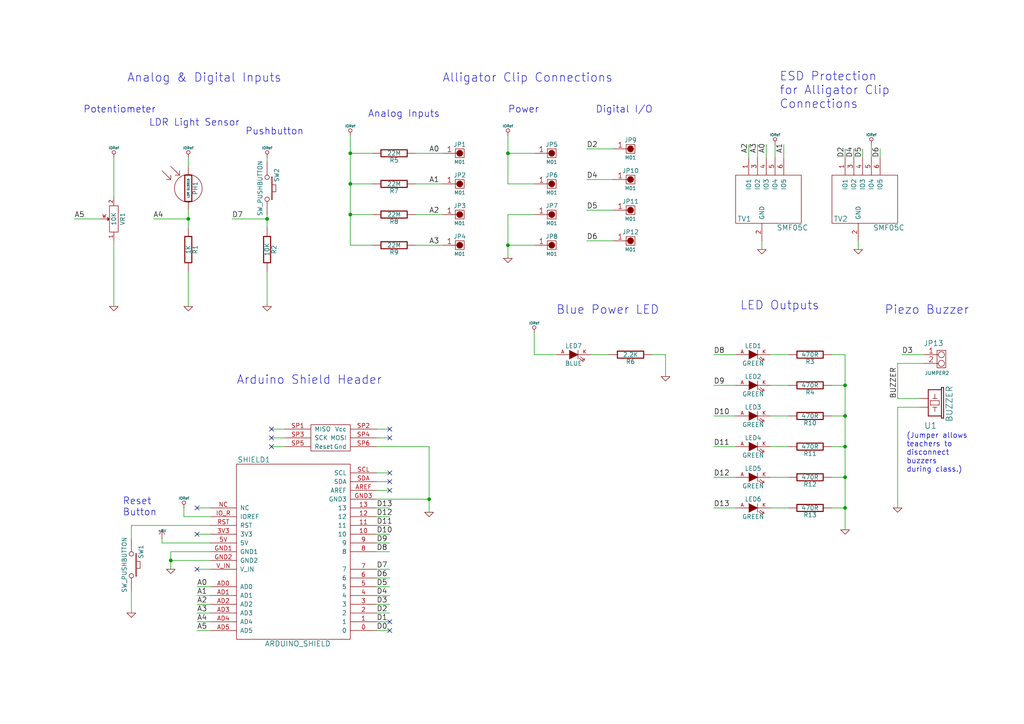
<source format=kicad_sch>
(kicad_sch (version 20230121) (generator eeschema)
  (paper "A4")
  (title_block (title "ThinkerShield") (rev "V1.1") (comment 1 "TAPR Open Hardware License") (comment 3 "Copyright (C) 2015 Freetronics Pty Ltd"))
  (lib_symbols
    (symbol "ThinkerShield-rescue:+5V" (power) (pin_names (offset 0))
      (property "Value" "+5V" (at 0 3.556 0))
      (symbol "+5V_0_1"
        (polyline (pts (xy -0.762 1.27) (xy 0 2.54)))
        (polyline (pts (xy 0 0) (xy 0 2.54)))
        (polyline (pts (xy 0 2.54) (xy 0.762 1.27)))
      )
      (symbol "+5V_1_1"
        (pin power_in line (at 0 0 90) (length 0) hide (name "+5V") (number "1"))
      )
    )
    (symbol "ThinkerShield-rescue:ARDUINO_SHIELD" (pin_names (offset 1.016))
      (property "Reference" "SHIELD" (at -11.43 29.21 0))
      (property "Value" "ARDUINO_SHIELD" (at 1.27 -24.13 0))
      (symbol "ARDUINO_SHIELD_0_1"
        (rectangle (start -16.51 -22.86) (end 16.51 27.94))
        (rectangle (start 5.08 39.37) (end 16.51 31.75))
      )
      (symbol "ARDUINO_SHIELD_1_1"
        (pin bidirectional line (at 24.13 -20.32 180) (length 7.62) (name "0") (number "0"))
        (pin bidirectional line (at 24.13 -17.78 180) (length 7.62) (name "1") (number "1"))
        (pin bidirectional line (at 24.13 7.62 180) (length 7.62) (name "10") (number "10"))
        (pin bidirectional line (at 24.13 10.16 180) (length 7.62) (name "11") (number "11"))
        (pin bidirectional line (at 24.13 12.7 180) (length 7.62) (name "12") (number "12"))
        (pin bidirectional line (at 24.13 15.24 180) (length 7.62) (name "13") (number "13"))
        (pin bidirectional line (at 24.13 -15.24 180) (length 7.62) (name "2") (number "2"))
        (pin bidirectional line (at 24.13 -12.7 180) (length 7.62) (name "3") (number "3"))
        (pin power_out line (at -24.13 7.62 0) (length 7.62) (name "3V3") (number "3V3"))
        (pin bidirectional line (at 24.13 -10.16 180) (length 7.62) (name "4") (number "4"))
        (pin bidirectional line (at 24.13 -7.62 180) (length 7.62) (name "5") (number "5"))
        (pin power_out line (at -24.13 5.08 0) (length 7.62) (name "5V") (number "5V"))
        (pin bidirectional line (at 24.13 -5.08 180) (length 7.62) (name "6") (number "6"))
        (pin bidirectional line (at 24.13 -2.54 180) (length 7.62) (name "7") (number "7"))
        (pin bidirectional line (at 24.13 2.54 180) (length 7.62) (name "8") (number "8"))
        (pin bidirectional line (at 24.13 5.08 180) (length 7.62) (name "9") (number "9"))
        (pin bidirectional line (at -24.13 -7.62 0) (length 7.62) (name "AD0") (number "AD0"))
        (pin bidirectional line (at -24.13 -10.16 0) (length 7.62) (name "AD1") (number "AD1"))
        (pin bidirectional line (at -24.13 -12.7 0) (length 7.62) (name "AD2") (number "AD2"))
        (pin bidirectional line (at -24.13 -15.24 0) (length 7.62) (name "AD3") (number "AD3"))
        (pin bidirectional line (at -24.13 -17.78 0) (length 7.62) (name "AD4") (number "AD4"))
        (pin bidirectional line (at -24.13 -20.32 0) (length 7.62) (name "AD5") (number "AD5"))
        (pin input line (at 24.13 20.32 180) (length 7.62) (name "AREF") (number "AREF"))
        (pin power_out line (at -24.13 2.54 0) (length 7.62) (name "GND1") (number "GND1"))
        (pin power_out line (at -24.13 0 0) (length 7.62) (name "GND2") (number "GND2"))
        (pin power_out line (at 24.13 17.78 180) (length 7.62) (name "GND3") (number "GND3"))
        (pin power_out line (at -24.13 12.7 0) (length 7.62) (name "IOREF") (number "IO_R"))
        (pin passive line (at -24.13 15.24 0) (length 7.62) (name "NC") (number "NC"))
        (pin input line (at -24.13 10.16 0) (length 7.62) (name "RST") (number "RST"))
        (pin output line (at 24.13 25.4 180) (length 7.62) (name "SCL") (number "SCL"))
        (pin bidirectional line (at 24.13 22.86 180) (length 7.62) (name "SDA") (number "SDA"))
        (pin bidirectional line (at -2.54 38.1 0) (length 7.62) (name "MISO") (number "SP1"))
        (pin power_out line (at 24.13 38.1 180) (length 7.62) (name "Vcc") (number "SP2"))
        (pin bidirectional line (at -2.54 35.56 0) (length 7.62) (name "SCK") (number "SP3"))
        (pin bidirectional line (at 24.13 35.56 180) (length 7.62) (name "MOSI") (number "SP4"))
        (pin input line (at -2.54 33.02 0) (length 7.62) (name "Reset") (number "SP5"))
        (pin power_out line (at 24.13 33.02 180) (length 7.62) (name "Gnd") (number "SP6"))
        (pin power_out line (at -24.13 -2.54 0) (length 7.62) (name "V_IN") (number "V_IN"))
      )
    )
    (symbol "ThinkerShield-rescue:BUZZER" (pin_names (offset 2.54))
      (property "Reference" "U" (at -1.27 -6.35 0))
      (property "Value" "BUZZER" (at -5.08 3.81 0))
      (symbol "BUZZER_0_0"
        (polyline (pts (xy -4.445 2.54) (xy -3.81 2.54)) (stroke (width 0.254)))
        (polyline (pts (xy -4.445 3.175) (xy -4.445 2.54)) (stroke (width 0.254)))
        (polyline (pts (xy -3.81 -1.27) (xy 3.81 -1.27)) (stroke (width 0.254)))
        (polyline (pts (xy -3.81 2.54) (xy -3.81 -1.27)) (stroke (width 0.254)))
        (polyline (pts (xy -3.81 2.54) (xy 3.81 2.54)) (stroke (width 0.254)))
        (polyline (pts (xy -2.54 0.635) (xy -1.27 0.635)) (stroke (width 0.1524)))
        (polyline (pts (xy -1.27 0.635) (xy -1.27 0)) (stroke (width 0.1524)))
        (polyline (pts (xy -1.27 0.635) (xy -1.27 1.27)) (stroke (width 0.1524)))
        (polyline (pts (xy -0.635 -0.635) (xy 0.635 -0.635)) (stroke (width 0.1524)))
        (polyline (pts (xy -0.635 1.905) (xy -0.635 -0.635)) (stroke (width 0.1524)))
        (polyline (pts (xy 0.635 -0.635) (xy 0.635 1.905)) (stroke (width 0.1524)))
        (polyline (pts (xy 0.635 1.905) (xy -0.635 1.905)) (stroke (width 0.1524)))
        (polyline (pts (xy 1.27 0.635) (xy 1.27 0)) (stroke (width 0.1524)))
        (polyline (pts (xy 1.27 0.635) (xy 2.54 0.635)) (stroke (width 0.1524)))
        (polyline (pts (xy 1.27 1.27) (xy 1.27 0.635)) (stroke (width 0.1524)))
        (polyline (pts (xy 3.81 -1.27) (xy 3.81 2.54)) (stroke (width 0.254)))
        (polyline (pts (xy 3.81 2.54) (xy 4.445 2.54)) (stroke (width 0.254)))
        (polyline (pts (xy 4.445 2.54) (xy 4.445 3.175)) (stroke (width 0.254)))
        (polyline (pts (xy 4.445 3.175) (xy -4.445 3.175)) (stroke (width 0.254)))
        (pin passive line (at 1.27 -3.81 90) (length 2.54) (name "POS") (number "1"))
        (pin passive line (at -1.27 -3.81 90) (length 2.54) (name "GND") (number "2"))
      )
    )
    (symbol "ThinkerShield-rescue:GND-RESCUE-ThinkerShield" (power) (pin_names (offset 0))
      (symbol "GND-RESCUE-ThinkerShield_0_1"
        (polyline (pts (xy -1.27 0) (xy 0 -1.27) (xy 1.27 0) (xy -1.27 0)))
      )
      (symbol "GND-RESCUE-ThinkerShield_1_1"
        (pin power_in line (at 0 0 90) (length 0) hide (name "GND") (number "1"))
      )
    )
    (symbol "ThinkerShield-rescue:IORef" (power) (pin_names (offset 0))
      (property "Value" "IORef" (at 0 2.794 0))
      (symbol "IORef_0_0"
        (pin power_in line (at 0 0 90) (length 0) hide (name "IORef") (number "1"))
      )
      (symbol "IORef_0_1"
        (polyline (pts (xy 0 0) (xy 0 1.016) (xy 0 1.016)))
        (circle (center 0 1.524) (radius 0.508))
      )
    )
    (symbol "ThinkerShield-rescue:JUMPER2" (pin_names (offset 0.762) hide)
      (property "Reference" "JP" (at -4.826 3.302 0))
      (property "Value" "JUMPER2" (at -3.81 -5.334 0))
      (symbol "JUMPER2_0_1"
        (circle (center -2.54 0) (radius 0.889))
        (polyline (pts (xy -3.81 1.27) (xy -1.27 1.27) (xy -1.27 -3.81) (xy -3.81 -3.81) (xy -3.81 1.27)))
        (pin passive line (at -7.62 0 0) (length 4.191) (name "1") (number "1"))
        (pin passive line (at -7.62 -2.54 0) (length 4.191) (name "2") (number "2"))
      )
      (symbol "JUMPER2_1_1"
        (circle (center -2.54 -2.54) (radius 0.889))
      )
    )
    (symbol "ThinkerShield-rescue:LED" (pin_names (offset 1.016) hide)
      (property "Reference" "LED" (at 0 2.54 0))
      (property "Value" "LED" (at 0 -2.54 0))
      (symbol "LED_0_1"
        (polyline (pts (xy 1.27 1.27) (xy 1.27 -1.27)))
        (polyline (pts (xy -1.27 1.27) (xy 1.27 0) (xy -1.27 -1.27)) (fill (type outline)))
        (polyline (pts (xy 1.651 -1.016) (xy 2.794 -2.032) (xy 2.667 -1.397)))
        (polyline (pts (xy 2.032 -0.635) (xy 3.175 -1.651) (xy 3.048 -1.016)))
      )
      (symbol "LED_1_1"
        (pin passive line (at -5.08 0 0) (length 3.81) (name "A") (number "A"))
        (pin passive line (at 5.08 0 180) (length 3.81) (name "K") (number "K"))
      )
    )
    (symbol "ThinkerShield-rescue:M01" (pin_names (offset 0.762) hide)
      (property "Reference" "JP" (at -2.54 2.54 0))
      (property "Value" "M01" (at -2.54 -2.54 0))
      (symbol "M01_0_1"
        (circle (center -2.54 0) (radius 0.889) (fill (type outline)))
        (polyline (pts (xy -3.81 1.27) (xy -1.27 1.27) (xy -1.27 -1.27) (xy -3.81 -1.27) (xy -3.81 1.27)))
        (pin passive line (at -7.62 0 0) (length 4.191) (name "1") (number "1"))
      )
    )
    (symbol "ThinkerShield-rescue:POT" (pin_names (offset 1.016) hide)
      (property "Reference" "VR" (at 0 -2.54 0))
      (property "Value" "POT" (at 0 0 0))
      (symbol "POT_0_1"
        (rectangle (start -3.81 1.27) (end 3.81 -1.27))
        (polyline (pts (xy 0 1.27) (xy -0.508 1.778) (xy 0.508 1.778)) (fill (type outline)))
      )
      (symbol "POT_1_1"
        (pin passive line (at -6.35 0 0) (length 2.54) (name "1") (number "1"))
        (pin passive line (at 6.35 0 180) (length 2.54) (name "2") (number "2"))
        (pin passive line (at 0 3.81 270) (length 2.032) (name "W") (number "W"))
      )
    )
    (symbol "ThinkerShield-rescue:R" (pin_numbers hide) (pin_names (offset 0) hide)
      (property "Reference" "R" (at 2.032 0 90))
      (property "Value" "R" (at 0 0 90))
      (symbol "R_0_1"
        (rectangle (start -1.016 3.81) (end 1.016 -3.81) (stroke (width 0.3048)))
      )
      (symbol "R_1_1"
        (pin passive line (at 0 6.35 270) (length 2.54) (name "1") (number "1"))
        (pin passive line (at 0 -6.35 90) (length 2.54) (name "2") (number "2"))
      )
    )
    (symbol "ThinkerShield-rescue:RES_PHOTO_LDR" (pin_numbers hide) (pin_names (offset 0) hide)
      (property "Reference" "R" (at 2.032 0 90))
      (property "Value" "RES_PHOTO_LDR" (at 0 0 90))
      (symbol "RES_PHOTO_LDR_0_1"
        (rectangle (start -1.016 3.81) (end 1.016 -3.81) (stroke (width 0.3048)))
        (polyline (pts (xy -5.08 2.54) (xy -7.62 5.08)))
        (polyline (pts (xy -5.08 2.54) (xy -6.35 2.54)))
        (polyline (pts (xy -5.08 2.54) (xy -5.08 3.81)))
        (polyline (pts (xy -2.54 3.81) (xy -5.08 6.35)))
        (polyline (pts (xy -2.54 3.81) (xy -3.81 3.81)))
        (polyline (pts (xy -2.54 3.81) (xy -2.54 5.08) (xy -2.54 3.81)))
        (circle (center 0 0) (radius 4.0132))
      )
      (symbol "RES_PHOTO_LDR_1_1"
        (pin passive line (at 0 6.35 270) (length 2.54) (name "1") (number "1"))
        (pin passive line (at 0 -6.35 90) (length 2.54) (name "2") (number "2"))
      )
    )
    (symbol "ThinkerShield-rescue:SMF05C" (pin_names (offset 1.016))
      (property "Reference" "TV" (at -6.35 -6.35 0))
      (property "Value" "SMF05C" (at 7.62 -8.89 0))
      (symbol "SMF05C_0_1"
        (rectangle (start -8.89 6.35) (end 10.16 -7.62))
      )
      (symbol "SMF05C_1_1"
        (pin passive line (at -5.08 11.43 270) (length 5.08) (name "IO1") (number "1"))
        (pin passive line (at -1.27 -12.7 90) (length 5.08) (name "GND") (number "2"))
        (pin passive line (at -2.54 11.43 270) (length 5.08) (name "IO2") (number "3"))
        (pin passive line (at 0 11.43 270) (length 5.08) (name "IO3") (number "4"))
        (pin passive line (at 2.54 11.43 270) (length 5.08) (name "IO4") (number "5"))
        (pin passive line (at 5.08 11.43 270) (length 5.08) (name "IO5") (number "6"))
      )
    )
    (symbol "ThinkerShield-rescue:SW_PUSHBUTTON" (pin_numbers hide) (pin_names (offset 1.016) hide)
      (property "Reference" "SW" (at -3.81 2.794 0))
      (property "Value" "SW_PUSHBUTTON" (at 0 -2.032 0))
      (symbol "SW_PUSHBUTTON_0_1"
        (rectangle (start -3.302 1.27) (end 3.302 1.524))
        (polyline (pts (xy -1.016 1.524) (xy -1.016 2.54) (xy 1.016 2.54) (xy 1.016 1.524)))
        (pin passive inverted (at -7.62 0 0) (length 5.08) (name "1") (number "1"))
        (pin passive inverted (at 7.62 0 180) (length 5.08) (name "2") (number "2"))
      )
    )
  )
  (junction (at 77.47 63.5))
  (junction (at 101.6 53.34))
  (junction (at 245.11 138.43))
  (junction (at 245.11 111.76))
  (junction (at 245.11 120.65))
  (junction (at 101.6 62.23))
  (junction (at 147.32 71.12))
  (junction (at 245.11 129.54))
  (junction (at 124.46 144.78))
  (junction (at 147.32 44.45))
  (junction (at 245.11 147.32))
  (junction (at 49.53 162.56))
  (junction (at 54.61 63.5))
  (junction (at 101.6 44.45))
  (no_connect (at 113.03 127))
  (no_connect (at 78.74 124.46))
  (no_connect (at 113.03 124.46))
  (no_connect (at 113.03 142.24))
  (no_connect (at 57.15 154.94))
  (no_connect (at 78.74 129.54))
  (no_connect (at 113.03 139.7))
  (no_connect (at 113.03 180.34))
  (no_connect (at 57.15 147.32))
  (no_connect (at 57.15 165.1))
  (no_connect (at 113.03 137.16))
  (no_connect (at 113.03 182.88))
  (no_connect (at 78.74 127))
  (wire (pts (xy 101.6 62.23) (xy 101.6 71.12)))
  (wire (pts (xy 177.8 43.18) (xy 170.18 43.18)))
  (wire (pts (xy 109.22 147.32) (xy 113.03 147.32)))
  (wire (pts (xy 109.22 149.86) (xy 113.03 149.86)))
  (wire (pts (xy 128.27 44.45) (xy 120.65 44.45)))
  (wire (pts (xy 241.3 147.32) (xy 245.11 147.32)))
  (wire (pts (xy 223.52 129.54) (xy 228.6 129.54)))
  (wire (pts (xy 109.22 170.18) (xy 113.03 170.18)))
  (wire (pts (xy 261.62 102.87) (xy 267.97 102.87)))
  (wire (pts (xy 260.35 105.41) (xy 260.35 115.57)))
  (wire (pts (xy 245.11 138.43) (xy 245.11 147.32)))
  (wire (pts (xy 82.55 127) (xy 78.74 127)))
  (wire (pts (xy 177.8 60.96) (xy 170.18 60.96)))
  (wire (pts (xy 245.11 45.72) (xy 245.11 43.18)))
  (wire (pts (xy 247.65 45.72) (xy 247.65 43.18)))
  (wire (pts (xy 241.3 102.87) (xy 245.11 102.87)))
  (wire (pts (xy 109.22 180.34) (xy 113.03 180.34)))
  (wire (pts (xy 109.22 144.78) (xy 124.46 144.78)))
  (wire (pts (xy 109.22 175.26) (xy 113.03 175.26)))
  (wire (pts (xy 161.29 102.87) (xy 154.94 102.87)))
  (wire (pts (xy 241.3 111.76) (xy 245.11 111.76)))
  (wire (pts (xy 109.22 177.8) (xy 113.03 177.8)))
  (wire (pts (xy 107.95 62.23) (xy 101.6 62.23)))
  (wire (pts (xy 248.92 72.39) (xy 248.92 69.85)))
  (wire (pts (xy 60.96 177.8) (xy 57.15 177.8)))
  (wire (pts (xy 245.11 111.76) (xy 245.11 120.65)))
  (wire (pts (xy 255.27 45.72) (xy 255.27 43.18)))
  (wire (pts (xy 189.23 102.87) (xy 193.04 102.87)))
  (wire (pts (xy 54.61 60.96) (xy 54.61 63.5)))
  (wire (pts (xy 101.6 53.34) (xy 107.95 53.34)))
  (wire (pts (xy 147.32 44.45) (xy 147.32 53.34)))
  (wire (pts (xy 128.27 53.34) (xy 120.65 53.34)))
  (wire (pts (xy 245.11 102.87) (xy 245.11 111.76)))
  (wire (pts (xy 49.53 162.56) (xy 49.53 165.1)))
  (wire (pts (xy 109.22 154.94) (xy 113.03 154.94)))
  (wire (pts (xy 109.22 142.24) (xy 113.03 142.24)))
  (wire (pts (xy 245.11 129.54) (xy 241.3 129.54)))
  (wire (pts (xy 213.36 102.87) (xy 207.01 102.87)))
  (wire (pts (xy 109.22 182.88) (xy 113.03 182.88)))
  (wire (pts (xy 53.34 147.32) (xy 53.34 149.86)))
  (wire (pts (xy 213.36 120.65) (xy 207.01 120.65)))
  (wire (pts (xy 49.53 160.02) (xy 49.53 162.56)))
  (wire (pts (xy 250.19 45.72) (xy 250.19 43.18)))
  (wire (pts (xy 260.35 115.57) (xy 266.7 115.57)))
  (wire (pts (xy 154.94 62.23) (xy 147.32 62.23)))
  (wire (pts (xy 38.1 171.45) (xy 38.1 177.8)))
  (wire (pts (xy 147.32 53.34) (xy 154.94 53.34)))
  (wire (pts (xy 245.11 129.54) (xy 245.11 138.43)))
  (wire (pts (xy 77.47 63.5) (xy 77.47 66.04)))
  (wire (pts (xy 154.94 71.12) (xy 147.32 71.12)))
  (wire (pts (xy 60.96 165.1) (xy 57.15 165.1)))
  (wire (pts (xy 109.22 137.16) (xy 113.03 137.16)))
  (wire (pts (xy 60.96 182.88) (xy 57.15 182.88)))
  (wire (pts (xy 53.34 149.86) (xy 60.96 149.86)))
  (wire (pts (xy 46.99 157.48) (xy 60.96 157.48)))
  (wire (pts (xy 77.47 62.23) (xy 77.47 63.5)))
  (wire (pts (xy 33.02 69.85) (xy 33.02 88.9)))
  (wire (pts (xy 82.55 124.46) (xy 78.74 124.46)))
  (wire (pts (xy 60.96 180.34) (xy 57.15 180.34)))
  (wire (pts (xy 147.32 71.12) (xy 147.32 74.93)))
  (wire (pts (xy 21.59 63.5) (xy 29.21 63.5)))
  (wire (pts (xy 60.96 170.18) (xy 57.15 170.18)))
  (wire (pts (xy 223.52 120.65) (xy 228.6 120.65)))
  (wire (pts (xy 109.22 167.64) (xy 113.03 167.64)))
  (wire (pts (xy 227.33 45.72) (xy 227.33 41.91)))
  (wire (pts (xy 223.52 138.43) (xy 228.6 138.43)))
  (wire (pts (xy 46.99 157.48) (xy 46.99 156.21)))
  (wire (pts (xy 60.96 175.26) (xy 57.15 175.26)))
  (wire (pts (xy 49.53 162.56) (xy 60.96 162.56)))
  (wire (pts (xy 60.96 154.94) (xy 57.15 154.94)))
  (wire (pts (xy 49.53 160.02) (xy 60.96 160.02)))
  (wire (pts (xy 109.22 165.1) (xy 113.03 165.1)))
  (wire (pts (xy 33.02 45.72) (xy 33.02 57.15)))
  (wire (pts (xy 224.79 45.72) (xy 224.79 41.91)))
  (wire (pts (xy 154.94 44.45) (xy 147.32 44.45)))
  (wire (pts (xy 101.6 44.45) (xy 101.6 53.34)))
  (wire (pts (xy 213.36 147.32) (xy 207.01 147.32)))
  (wire (pts (xy 38.1 152.4) (xy 38.1 156.21)))
  (wire (pts (xy 252.73 41.91) (xy 252.73 45.72)))
  (wire (pts (xy 109.22 124.46) (xy 113.03 124.46)))
  (wire (pts (xy 245.11 120.65) (xy 241.3 120.65)))
  (wire (pts (xy 109.22 139.7) (xy 113.03 139.7)))
  (wire (pts (xy 219.71 41.91) (xy 219.71 45.72)))
  (wire (pts (xy 260.35 118.11) (xy 260.35 147.32)))
  (wire (pts (xy 124.46 144.78) (xy 124.46 148.59)))
  (wire (pts (xy 213.36 111.76) (xy 207.01 111.76)))
  (wire (pts (xy 101.6 39.37) (xy 101.6 44.45)))
  (wire (pts (xy 128.27 62.23) (xy 120.65 62.23)))
  (wire (pts (xy 222.25 45.72) (xy 222.25 41.91)))
  (wire (pts (xy 147.32 62.23) (xy 147.32 71.12)))
  (wire (pts (xy 82.55 129.54) (xy 78.74 129.54)))
  (wire (pts (xy 128.27 71.12) (xy 120.65 71.12)))
  (wire (pts (xy 60.96 147.32) (xy 57.15 147.32)))
  (wire (pts (xy 171.45 102.87) (xy 176.53 102.87)))
  (wire (pts (xy 245.11 120.65) (xy 245.11 129.54)))
  (wire (pts (xy 177.8 69.85) (xy 170.18 69.85)))
  (wire (pts (xy 38.1 152.4) (xy 60.96 152.4)))
  (wire (pts (xy 67.31 63.5) (xy 77.47 63.5)))
  (wire (pts (xy 109.22 157.48) (xy 113.03 157.48)))
  (wire (pts (xy 223.52 111.76) (xy 228.6 111.76)))
  (wire (pts (xy 177.8 52.07) (xy 170.18 52.07)))
  (wire (pts (xy 107.95 44.45) (xy 101.6 44.45)))
  (wire (pts (xy 267.97 105.41) (xy 260.35 105.41)))
  (wire (pts (xy 223.52 147.32) (xy 228.6 147.32)))
  (wire (pts (xy 213.36 138.43) (xy 207.01 138.43)))
  (wire (pts (xy 77.47 78.74) (xy 77.47 88.9)))
  (wire (pts (xy 109.22 172.72) (xy 113.03 172.72)))
  (wire (pts (xy 245.11 138.43) (xy 241.3 138.43)))
  (wire (pts (xy 220.98 69.85) (xy 220.98 72.39)))
  (wire (pts (xy 60.96 172.72) (xy 57.15 172.72)))
  (wire (pts (xy 109.22 129.54) (xy 124.46 129.54)))
  (wire (pts (xy 124.46 129.54) (xy 124.46 144.78)))
  (wire (pts (xy 213.36 129.54) (xy 207.01 129.54)))
  (wire (pts (xy 77.47 45.72) (xy 77.47 46.99)))
  (wire (pts (xy 147.32 39.37) (xy 147.32 44.45)))
  (wire (pts (xy 54.61 78.74) (xy 54.61 88.9)))
  (wire (pts (xy 245.11 147.32) (xy 245.11 153.67)))
  (wire (pts (xy 109.22 127) (xy 113.03 127)))
  (wire (pts (xy 101.6 53.34) (xy 101.6 62.23)))
  (wire (pts (xy 193.04 102.87) (xy 193.04 109.22)))
  (wire (pts (xy 109.22 160.02) (xy 113.03 160.02)))
  (wire (pts (xy 101.6 71.12) (xy 107.95 71.12)))
  (wire (pts (xy 266.7 118.11) (xy 260.35 118.11)))
  (wire (pts (xy 223.52 102.87) (xy 228.6 102.87)))
  (wire (pts (xy 54.61 63.5) (xy 54.61 66.04)))
  (wire (pts (xy 109.22 152.4) (xy 113.03 152.4)))
  (wire (pts (xy 54.61 45.72) (xy 54.61 48.26)))
  (wire (pts (xy 54.61 63.5) (xy 44.45 63.5)))
  (wire (pts (xy 217.17 45.72) (xy 217.17 41.91)))
  (wire (pts (xy 154.94 102.87) (xy 154.94 96.52)))
  (text "Piezo Buzzer" (at 256.54 91.44 0) (effects (font (size 2.4892 2.4892)) (justify left bottom)))
  (text "Analog & Digital Inputs" (at 36.83 24.13 0) (effects (font (size 2.4892 2.4892)) (justify left bottom)))
  (text "ESD Protection\nfor Alligator Clip\nConnections" (at 226.06 31.75 0) (effects (font (size 2.4892 2.4892)) (justify left bottom)))
  (text "Potentiometer" (at 24.13 33.02 0) (effects (font (size 2.0066 2.0066)) (justify left bottom)))
  (text "Pushbutton" (at 71.12 39.37 0) (effects (font (size 2.0066 2.0066)) (justify left bottom)))
  (text "Alligator Clip Connections" (at 128.27 24.13 0) (effects (font (size 2.4892 2.4892)) (justify left bottom)))
  (text "(Jumper allows\nteachers to\ndisconnect\nbuzzers\nduring class.)" (at 262.89 137.16 0) (effects (font (size 1.524 1.524)) (justify left bottom)))
  (text "Blue Power LED\n" (at 161.29 91.44 0) (effects (font (size 2.4892 2.4892)) (justify left bottom)))
  (text "Digital I/O" (at 172.72 33.02 0) (effects (font (size 2.0066 2.0066)) (justify left bottom)))
  (text "Power" (at 147.32 33.02 0) (effects (font (size 2.0066 2.0066)) (justify left bottom)))
  (text "Arduino Shield Header" (at 68.58 111.76 0) (effects (font (size 2.4892 2.4892)) (justify left bottom)))
  (text "LED Outputs" (at 214.63 90.17 0) (effects (font (size 2.4892 2.4892)) (justify left bottom)))
  (text "LDR Light Sensor" (at 43.18 36.83 0) (effects (font (size 2.0066 2.0066)) (justify left bottom)))
  (text "Analog Inputs" (at 106.68 34.29 0) (effects (font (size 2.0066 2.0066)) (justify left bottom)))
  (text "Reset\nButton" (at 35.56 149.86 0) (effects (font (size 2.0066 2.0066)) (justify left bottom)))
  (label "A4" (at 44.45 63.5 0) (effects (font (size 1.524 1.524))))
  (label "BUZZER" (at 260.35 115.57 90) (effects (font (size 1.524 1.524))))
  (label "D1" (at 109.22 180.34 0) (effects (font (size 1.524 1.524))))
  (label "A0" (at 57.15 170.18 0) (effects (font (size 1.524 1.524))))
  (label "D2" (at 170.18 43.18 0) (effects (font (size 1.524 1.524))))
  (label "D9" (at 207.01 111.76 0) (effects (font (size 1.524 1.524))))
  (label "A5" (at 21.59 63.5 0) (effects (font (size 1.524 1.524))))
  (label "D5" (at 109.22 170.18 0) (effects (font (size 1.524 1.524))))
  (label "A5" (at 57.15 182.88 0) (effects (font (size 1.524 1.524))))
  (label "D13" (at 109.22 147.32 0) (effects (font (size 1.524 1.524))))
  (label "A1" (at 227.33 44.45 90) (effects (font (size 1.524 1.524))))
  (label "D11" (at 207.01 129.54 0) (effects (font (size 1.524 1.524))))
  (label "D10" (at 109.22 154.94 0) (effects (font (size 1.524 1.524))))
  (label "A0" (at 222.25 44.45 90) (effects (font (size 1.524 1.524))))
  (label "D0" (at 109.22 182.88 0) (effects (font (size 1.524 1.524))))
  (label "D5" (at 250.19 45.72 90) (effects (font (size 1.524 1.524))))
  (label "A1" (at 124.46 53.34 0) (effects (font (size 1.524 1.524))))
  (label "D11" (at 109.22 152.4 0) (effects (font (size 1.524 1.524))))
  (label "D6" (at 109.22 167.64 0) (effects (font (size 1.524 1.524))))
  (label "D8" (at 109.22 160.02 0) (effects (font (size 1.524 1.524))))
  (label "D8" (at 207.01 102.87 0) (effects (font (size 1.524 1.524))))
  (label "D6" (at 255.27 45.72 90) (effects (font (size 1.524 1.524))))
  (label "A4" (at 57.15 180.34 0) (effects (font (size 1.524 1.524))))
  (label "D4" (at 247.65 45.72 90) (effects (font (size 1.524 1.524))))
  (label "A0" (at 124.46 44.45 0) (effects (font (size 1.524 1.524))))
  (label "D10" (at 207.01 120.65 0) (effects (font (size 1.524 1.524))))
  (label "D4" (at 170.18 52.07 0) (effects (font (size 1.524 1.524))))
  (label "D5" (at 170.18 60.96 0) (effects (font (size 1.524 1.524))))
  (label "D6" (at 170.18 69.85 0) (effects (font (size 1.524 1.524))))
  (label "D13" (at 207.01 147.32 0) (effects (font (size 1.524 1.524))))
  (label "A2" (at 124.46 62.23 0) (effects (font (size 1.524 1.524))))
  (label "D9" (at 109.22 157.48 0) (effects (font (size 1.524 1.524))))
  (label "D7" (at 109.22 165.1 0) (effects (font (size 1.524 1.524))))
  (label "D12" (at 207.01 138.43 0) (effects (font (size 1.524 1.524))))
  (label "A3" (at 57.15 177.8 0) (effects (font (size 1.524 1.524))))
  (label "A1" (at 57.15 172.72 0) (effects (font (size 1.524 1.524))))
  (label "D2" (at 245.11 45.72 90) (effects (font (size 1.524 1.524))))
  (label "A3" (at 124.46 71.12 0) (effects (font (size 1.524 1.524))))
  (label "A2" (at 217.17 44.45 90) (effects (font (size 1.524 1.524))))
  (label "D3" (at 109.22 175.26 0) (effects (font (size 1.524 1.524))))
  (label "D12" (at 109.22 149.86 0) (effects (font (size 1.524 1.524))))
  (label "D4" (at 109.22 172.72 0) (effects (font (size 1.524 1.524))))
  (label "D7" (at 67.31 63.5 0) (effects (font (size 1.524 1.524))))
  (label "A3" (at 219.71 44.45 90) (effects (font (size 1.524 1.524))))
  (label "D2" (at 109.22 177.8 0) (effects (font (size 1.524 1.524))))
  (label "D3" (at 261.62 102.87 0) (effects (font (size 1.524 1.524))))
  (label "A2" (at 57.15 175.26 0) (effects (font (size 1.524 1.524))))
  (symbol (lib_id "ThinkerShield-rescue:ARDUINO_SHIELD") (at 85.09 162.56 0) (unit 1)
    (property "Reference" "SHIELD1" (at 73.66 133.35 0) (effects (font (size 1.524 1.524))))
    (property "Value" "ARDUINO_SHIELD" (at 86.36 186.69 0) (effects (font (size 1.524 1.524))))
    (property "Footprint" "FT:ARDUINO_SHIELD" (effects hide))
  )
  (symbol (lib_id "ThinkerShield-rescue:LED") (at 218.44 102.87 0) (unit 1)
    (property "Reference" "LED1" (at 218.44 100.33 0))
    (property "Value" "GREEN" (at 218.44 105.41 0))
    (property "Footprint" "FT:LED-0805" (effects hide))
  )
  (symbol (lib_id "ThinkerShield-rescue:LED") (at 218.44 111.76 0) (unit 1)
    (property "Reference" "LED2" (at 218.44 109.22 0))
    (property "Value" "GREEN" (at 218.44 114.3 0))
    (property "Footprint" "FT:LED-0805" (effects hide))
  )
  (symbol (lib_id "ThinkerShield-rescue:LED") (at 218.44 120.65 0) (unit 1)
    (property "Reference" "LED3" (at 218.44 118.11 0))
    (property "Value" "GREEN" (at 218.44 123.19 0))
    (property "Footprint" "FT:LED-0805" (effects hide))
  )
  (symbol (lib_id "ThinkerShield-rescue:LED") (at 218.44 129.54 0) (unit 1)
    (property "Reference" "LED4" (at 218.44 127 0))
    (property "Value" "GREEN" (at 218.44 132.08 0))
    (property "Footprint" "FT:LED-0805" (effects hide))
  )
  (symbol (lib_id "ThinkerShield-rescue:LED") (at 218.44 138.43 0) (unit 1)
    (property "Reference" "LED5" (at 218.44 135.89 0))
    (property "Value" "GREEN" (at 218.44 140.97 0))
    (property "Footprint" "FT:LED-0805" (effects hide))
  )
  (symbol (lib_id "ThinkerShield-rescue:GND-RESCUE-ThinkerShield") (at 245.11 153.67 0) (unit 1)
    (property "Reference" "#PWR01" (effects hide))
    (property "Value" "GND" (effects hide))
  )
  (symbol (lib_id "ThinkerShield-rescue:POT") (at 33.02 63.5 90) (unit 1)
    (property "Reference" "VR1" (at 35.56 63.5 0))
    (property "Value" "10K" (at 33.02 63.5 0))
    (property "Footprint" "FT:POT_RV09_VERT" (effects hide))
  )
  (symbol (lib_id "ThinkerShield-rescue:GND-RESCUE-ThinkerShield") (at 33.02 88.9 0) (unit 1)
    (property "Reference" "#PWR02" (effects hide))
    (property "Value" "GND" (effects hide))
  )
  (symbol (lib_id "ThinkerShield-rescue:RES_PHOTO_LDR") (at 54.61 54.61 0) (unit 1)
    (property "Reference" "PH1" (at 56.642 54.61 90))
    (property "Value" "LDR GL5516" (at 54.61 54.61 90) (effects (font (size 0.6096 0.6096))))
    (property "Footprint" "FT:1X02" (effects hide))
  )
  (symbol (lib_id "ThinkerShield-rescue:R") (at 54.61 72.39 0) (unit 1)
    (property "Reference" "R1" (at 56.642 72.39 90))
    (property "Value" "1K" (at 54.61 72.39 90))
    (property "Footprint" "FT:0603" (effects hide))
  )
  (symbol (lib_id "ThinkerShield-rescue:IORef") (at 33.02 45.72 0) (unit 1)
    (property "Reference" "#PWR03" (effects hide))
    (property "Value" "IORef" (at 33.02 42.926 0) (effects (font (size 0.762 0.762))))
  )
  (symbol (lib_id "ThinkerShield-rescue:IORef") (at 53.34 147.32 0) (unit 1)
    (property "Reference" "#PWR04" (effects hide))
    (property "Value" "IORef" (at 53.34 144.526 0) (effects (font (size 0.762 0.762))))
  )
  (symbol (lib_id "ThinkerShield-rescue:SW_PUSHBUTTON") (at 77.47 54.61 270) (unit 1)
    (property "Reference" "SW2" (at 80.264 50.8 0))
    (property "Value" "SW_PUSHBUTTON" (at 75.438 54.61 0))
    (property "Footprint" "FT:SW_PUSHBUTTON_PTH" (effects hide))
  )
  (symbol (lib_id "ThinkerShield-rescue:R") (at 77.47 72.39 0) (unit 1)
    (property "Reference" "R2" (at 79.502 72.39 90))
    (property "Value" "10K" (at 77.47 72.39 90))
    (property "Footprint" "FT:0603" (effects hide))
  )
  (symbol (lib_id "ThinkerShield-rescue:M01") (at 135.89 44.45 0) (unit 1)
    (property "Reference" "JP1" (at 133.35 41.91 0))
    (property "Value" "M01" (at 133.35 46.99 0) (effects (font (size 1.016 1.016))))
    (property "Footprint" "FT:ALLIGATOR_CLIP_CONN" (effects hide))
  )
  (symbol (lib_id "ThinkerShield-rescue:M01") (at 135.89 53.34 0) (unit 1)
    (property "Reference" "JP2" (at 133.35 50.8 0))
    (property "Value" "M01" (at 133.35 55.88 0) (effects (font (size 1.016 1.016))))
    (property "Footprint" "FT:ALLIGATOR_CLIP_CONN" (effects hide))
  )
  (symbol (lib_id "ThinkerShield-rescue:M01") (at 135.89 62.23 0) (unit 1)
    (property "Reference" "JP3" (at 133.35 59.69 0))
    (property "Value" "M01" (at 133.35 64.77 0) (effects (font (size 1.016 1.016))))
    (property "Footprint" "FT:ALLIGATOR_CLIP_CONN" (effects hide))
  )
  (symbol (lib_id "ThinkerShield-rescue:M01") (at 135.89 71.12 0) (unit 1)
    (property "Reference" "JP4" (at 133.35 68.58 0))
    (property "Value" "M01" (at 133.35 73.66 0) (effects (font (size 1.016 1.016))))
    (property "Footprint" "FT:ALLIGATOR_CLIP_CONN" (effects hide))
  )
  (symbol (lib_id "ThinkerShield-rescue:IORef") (at 101.6 39.37 0) (unit 1)
    (property "Reference" "#PWR05" (effects hide))
    (property "Value" "IORef" (at 101.6 36.576 0) (effects (font (size 0.762 0.762))))
  )
  (symbol (lib_id "ThinkerShield-rescue:M01") (at 185.42 43.18 0) (unit 1)
    (property "Reference" "JP9" (at 182.88 40.64 0))
    (property "Value" "M01" (at 182.88 45.72 0) (effects (font (size 1.016 1.016))))
    (property "Footprint" "FT:ALLIGATOR_CLIP_CONN" (effects hide))
  )
  (symbol (lib_id "ThinkerShield-rescue:M01") (at 185.42 52.07 0) (unit 1)
    (property "Reference" "JP10" (at 182.88 49.53 0))
    (property "Value" "M01" (at 182.88 54.61 0) (effects (font (size 1.016 1.016))))
    (property "Footprint" "FT:ALLIGATOR_CLIP_CONN" (effects hide))
  )
  (symbol (lib_id "ThinkerShield-rescue:M01") (at 185.42 60.96 0) (unit 1)
    (property "Reference" "JP11" (at 182.88 58.42 0))
    (property "Value" "M01" (at 182.88 63.5 0) (effects (font (size 1.016 1.016))))
    (property "Footprint" "FT:ALLIGATOR_CLIP_CONN" (effects hide))
  )
  (symbol (lib_id "ThinkerShield-rescue:M01") (at 185.42 69.85 0) (unit 1)
    (property "Reference" "JP12" (at 182.88 67.31 0))
    (property "Value" "M01" (at 182.88 72.39 0) (effects (font (size 1.016 1.016))))
    (property "Footprint" "FT:ALLIGATOR_CLIP_CONN" (effects hide))
  )
  (symbol (lib_id "ThinkerShield-rescue:M01") (at 162.56 44.45 0) (unit 1)
    (property "Reference" "JP5" (at 160.02 41.91 0))
    (property "Value" "M01" (at 160.02 46.99 0) (effects (font (size 1.016 1.016))))
    (property "Footprint" "FT:ALLIGATOR_CLIP_CONN" (effects hide))
  )
  (symbol (lib_id "ThinkerShield-rescue:M01") (at 162.56 53.34 0) (unit 1)
    (property "Reference" "JP6" (at 160.02 50.8 0))
    (property "Value" "M01" (at 160.02 55.88 0) (effects (font (size 1.016 1.016))))
    (property "Footprint" "FT:ALLIGATOR_CLIP_CONN" (effects hide))
  )
  (symbol (lib_id "ThinkerShield-rescue:M01") (at 162.56 62.23 0) (unit 1)
    (property "Reference" "JP7" (at 160.02 59.69 0))
    (property "Value" "M01" (at 160.02 64.77 0) (effects (font (size 1.016 1.016))))
    (property "Footprint" "FT:ALLIGATOR_CLIP_CONN" (effects hide))
  )
  (symbol (lib_id "ThinkerShield-rescue:M01") (at 162.56 71.12 0) (unit 1)
    (property "Reference" "JP8" (at 160.02 68.58 0))
    (property "Value" "M01" (at 160.02 73.66 0) (effects (font (size 1.016 1.016))))
    (property "Footprint" "FT:ALLIGATOR_CLIP_CONN" (effects hide))
  )
  (symbol (lib_id "ThinkerShield-rescue:GND-RESCUE-ThinkerShield") (at 147.32 74.93 0) (unit 1)
    (property "Reference" "#PWR06" (effects hide))
    (property "Value" "GND" (effects hide))
  )
  (symbol (lib_id "ThinkerShield-rescue:IORef") (at 147.32 39.37 0) (unit 1)
    (property "Reference" "#PWR07" (effects hide))
    (property "Value" "IORef" (at 147.32 36.576 0) (effects (font (size 0.762 0.762))))
  )
  (symbol (lib_id "ThinkerShield-rescue:GND-RESCUE-ThinkerShield") (at 124.46 148.59 0) (unit 1)
    (property "Reference" "#PWR08" (effects hide))
    (property "Value" "GND" (effects hide))
  )
  (symbol (lib_id "ThinkerShield-rescue:GND-RESCUE-ThinkerShield") (at 49.53 165.1 0) (unit 1)
    (property "Reference" "#PWR09" (effects hide))
    (property "Value" "GND" (effects hide))
  )
  (symbol (lib_id "ThinkerShield-rescue:+5V") (at 46.99 156.21 0) (unit 1)
    (property "Reference" "#PWR010" (effects hide))
    (property "Value" "+5V" (at 46.99 153.924 0) (effects (font (size 0.762 0.762))))
  )
  (symbol (lib_id "ThinkerShield-rescue:BUZZER") (at 270.51 116.84 270) (unit 1)
    (property "Reference" "U1" (at 267.97 124.46 90) (effects (font (size 1.778 1.778)) (justify left bottom)))
    (property "Value" "BUZZER" (at 274.32 111.76 0) (effects (font (size 1.778 1.778)) (justify left bottom)))
    (property "Footprint" "FT:BUZZER-12X12-SMT" (effects hide))
  )
  (symbol (lib_id "ThinkerShield-rescue:GND-RESCUE-ThinkerShield") (at 260.35 147.32 0) (unit 1)
    (property "Reference" "#PWR011" (effects hide))
    (property "Value" "GND" (effects hide))
  )
  (symbol (lib_id "ThinkerShield-rescue:JUMPER2") (at 275.59 102.87 0) (unit 1)
    (property "Reference" "JP13" (at 270.764 99.568 0) (effects (font (size 1.524 1.524))))
    (property "Value" "JUMPER2" (at 271.78 108.204 0) (effects (font (size 1.016 1.016))))
    (property "Footprint" "FT:1X02" (effects hide))
  )
  (symbol (lib_id "ThinkerShield-rescue:SW_PUSHBUTTON") (at 38.1 163.83 270) (unit 1)
    (property "Reference" "SW1" (at 40.894 160.02 0))
    (property "Value" "SW_PUSHBUTTON" (at 36.068 163.83 0))
    (property "Footprint" "FT:SW_PUSHBUTTON_PTH" (effects hide))
  )
  (symbol (lib_id "ThinkerShield-rescue:GND-RESCUE-ThinkerShield") (at 38.1 177.8 0) (unit 1)
    (property "Reference" "#PWR012" (effects hide))
    (property "Value" "GND" (effects hide))
  )
  (symbol (lib_id "ThinkerShield-rescue:IORef") (at 54.61 45.72 0) (unit 1)
    (property "Reference" "#PWR013" (effects hide))
    (property "Value" "IORef" (at 54.61 42.926 0) (effects (font (size 0.762 0.762))))
  )
  (symbol (lib_id "ThinkerShield-rescue:IORef") (at 77.47 45.72 0) (unit 1)
    (property "Reference" "#PWR014" (effects hide))
    (property "Value" "IORef" (at 77.47 42.926 0) (effects (font (size 0.762 0.762))))
  )
  (symbol (lib_id "ThinkerShield-rescue:GND-RESCUE-ThinkerShield") (at 54.61 88.9 0) (unit 1)
    (property "Reference" "#PWR015" (effects hide))
    (property "Value" "GND" (effects hide))
  )
  (symbol (lib_id "ThinkerShield-rescue:GND-RESCUE-ThinkerShield") (at 77.47 88.9 0) (unit 1)
    (property "Reference" "#PWR016" (effects hide))
    (property "Value" "GND" (effects hide))
  )
  (symbol (lib_id "ThinkerShield-rescue:GND-RESCUE-ThinkerShield") (at 220.98 72.39 0) (unit 1)
    (property "Reference" "#PWR017" (effects hide))
    (property "Value" "GND" (effects hide))
  )
  (symbol (lib_id "ThinkerShield-rescue:GND-RESCUE-ThinkerShield") (at 248.92 72.39 0) (unit 1)
    (property "Reference" "#PWR018" (effects hide))
    (property "Value" "GND" (effects hide))
  )
  (symbol (lib_id "ThinkerShield-rescue:IORef") (at 252.73 41.91 0) (unit 1)
    (property "Reference" "#PWR019" (effects hide))
    (property "Value" "IORef" (at 252.73 39.116 0) (effects (font (size 0.762 0.762))))
  )
  (symbol (lib_id "ThinkerShield-rescue:IORef") (at 224.79 41.91 0) (unit 1)
    (property "Reference" "#PWR020" (effects hide))
    (property "Value" "IORef" (at 224.79 39.116 0) (effects (font (size 0.762 0.762))))
  )
  (symbol (lib_id "ThinkerShield-rescue:LED") (at 218.44 147.32 0) (unit 1)
    (property "Reference" "LED6" (at 218.44 144.78 0))
    (property "Value" "GREEN" (at 218.44 149.86 0))
    (property "Footprint" "FT:LED-0805" (effects hide))
  )
  (symbol (lib_id "ThinkerShield-rescue:R") (at 114.3 44.45 270) (unit 1)
    (property "Reference" "R5" (at 114.3 46.482 90))
    (property "Value" "22M" (at 114.3 44.45 90))
    (property "Footprint" "FT:0603" (effects hide))
  )
  (symbol (lib_id "ThinkerShield-rescue:R") (at 114.3 53.34 270) (unit 1)
    (property "Reference" "R7" (at 114.3 55.372 90))
    (property "Value" "22M" (at 114.3 53.34 90))
    (property "Footprint" "FT:0603" (effects hide))
  )
  (symbol (lib_id "ThinkerShield-rescue:R") (at 114.3 62.23 270) (unit 1)
    (property "Reference" "R8" (at 114.3 64.262 90))
    (property "Value" "22M" (at 114.3 62.23 90))
    (property "Footprint" "FT:0603" (effects hide))
  )
  (symbol (lib_id "ThinkerShield-rescue:R") (at 114.3 71.12 270) (unit 1)
    (property "Reference" "R9" (at 114.3 73.152 90))
    (property "Value" "22M" (at 114.3 71.12 90))
    (property "Footprint" "FT:0603" (effects hide))
  )
  (symbol (lib_id "ThinkerShield-rescue:SMF05C") (at 222.25 57.15 0) (unit 1)
    (property "Reference" "TV1" (at 215.9 63.5 0) (effects (font (size 1.524 1.524))))
    (property "Value" "SMF05C" (at 229.87 66.04 0) (effects (font (size 1.524 1.524))))
    (property "Footprint" "FT:SOT363" (effects hide))
  )
  (symbol (lib_id "ThinkerShield-rescue:SMF05C") (at 250.19 57.15 0) (unit 1)
    (property "Reference" "TV2" (at 243.84 63.5 0) (effects (font (size 1.524 1.524))))
    (property "Value" "SMF05C" (at 257.81 66.04 0) (effects (font (size 1.524 1.524))))
    (property "Footprint" "FT:SOT363" (effects hide))
  )
  (symbol (lib_id "ThinkerShield-rescue:LED") (at 166.37 102.87 0) (unit 1)
    (property "Reference" "LED7" (at 166.37 100.33 0))
    (property "Value" "BLUE" (at 166.37 105.41 0))
    (property "Footprint" "FT:LED-0805" (effects hide))
  )
  (symbol (lib_id "ThinkerShield-rescue:IORef") (at 154.94 96.52 0) (unit 1)
    (property "Reference" "#PWR021" (effects hide))
    (property "Value" "IORef" (at 154.94 93.726 0) (effects (font (size 0.762 0.762))))
  )
  (symbol (lib_id "ThinkerShield-rescue:GND-RESCUE-ThinkerShield") (at 193.04 109.22 0) (unit 1)
    (property "Reference" "#PWR022" (effects hide))
    (property "Value" "GND" (effects hide))
  )
  (symbol (lib_id "ThinkerShield-rescue:R") (at 182.88 102.87 270) (unit 1)
    (property "Reference" "R6" (at 182.88 104.902 90))
    (property "Value" "2.2K" (at 182.88 102.87 90))
    (property "Footprint" "FT:0603" (effects hide))
  )
  (symbol (lib_id "ThinkerShield-rescue:R") (at 234.95 102.87 270) (unit 1)
    (property "Reference" "R3" (at 234.95 104.902 90))
    (property "Value" "470R" (at 234.95 102.87 90))
    (property "Footprint" "FT:0603" (effects hide))
  )
  (symbol (lib_id "ThinkerShield-rescue:R") (at 234.95 111.76 270) (unit 1)
    (property "Reference" "R4" (at 234.95 113.792 90))
    (property "Value" "470R" (at 234.95 111.76 90))
    (property "Footprint" "FT:0603" (effects hide))
  )
  (symbol (lib_id "ThinkerShield-rescue:R") (at 234.95 120.65 270) (unit 1)
    (property "Reference" "R10" (at 234.95 122.682 90))
    (property "Value" "470R" (at 234.95 120.65 90))
    (property "Footprint" "FT:0603" (effects hide))
  )
  (symbol (lib_id "ThinkerShield-rescue:R") (at 234.95 129.54 270) (unit 1)
    (property "Reference" "R11" (at 234.95 131.572 90))
    (property "Value" "470R" (at 234.95 129.54 90))
    (property "Footprint" "FT:0603" (effects hide))
  )
  (symbol (lib_id "ThinkerShield-rescue:R") (at 234.95 138.43 270) (unit 1)
    (property "Reference" "R12" (at 234.95 140.462 90))
    (property "Value" "470R" (at 234.95 138.43 90))
    (property "Footprint" "FT:0603" (effects hide))
  )
  (symbol (lib_id "ThinkerShield-rescue:R") (at 234.95 147.32 270) (unit 1)
    (property "Reference" "R13" (at 234.95 149.352 90))
    (property "Value" "470R" (at 234.95 147.32 90))
    (property "Footprint" "FT:0603" (effects hide))
  )
)
</source>
